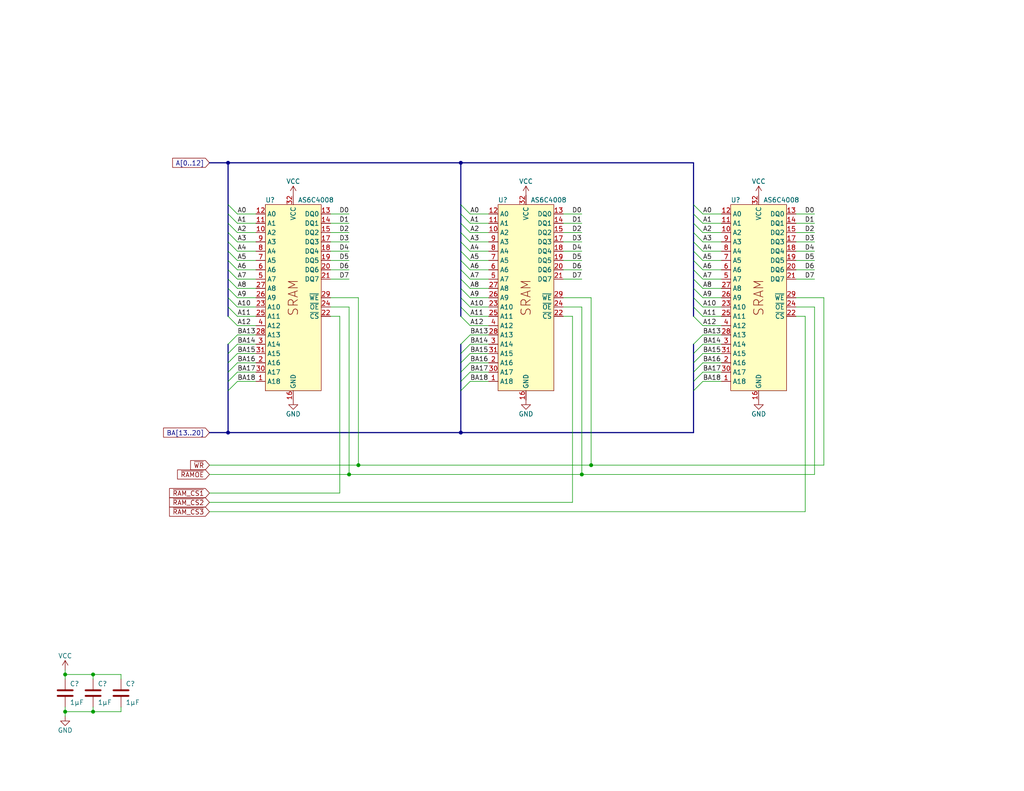
<source format=kicad_sch>
(kicad_sch (version 20230121) (generator eeschema)
  (paper "USLetter")
  (title_block (title "RAM Expansion") (date "2024-03-12") (rev "1.0") (company "Frédéric Segard") (comment 1 "MicroHobbyist's Retro Homebrew Computers") (comment 2 "microhobbyist.com"))
  (lib_symbols
    (symbol "0_Library:AS6C4008"
      (property "Reference" "U" (at -7.62 0.635 0))
      (property "Value" "AS6C4008" (at 1.27 0.635 0))
      (symbol "AS6C4008_0_0"
        (text "SRAM" (at 0 -25.4 900) (effects (font (size 2.54 2.54))))
        (pin power_in line (at 0 -53.34 90) (length 2.54) (name "GND") (number "16"))
        (pin power_in line (at 0 2.54 270) (length 2.54) (name "VCC") (number "32"))
      )
      (symbol "AS6C4008_0_1"
        (rectangle (start -7.62 0) (end 7.62 -50.8) (fill (type background)))
      )
      (symbol "AS6C4008_1_1"
        (pin input line (at -10.16 -48.26 0) (length 2.54) (name "A18") (number "1"))
        (pin input line (at -10.16 -7.62 0) (length 2.54) (name "A2") (number "10"))
        (pin input line (at -10.16 -5.08 0) (length 2.54) (name "A1") (number "11"))
        (pin input line (at -10.16 -2.54 0) (length 2.54) (name "A0") (number "12"))
        (pin tri_state line (at 10.16 -2.54 180) (length 2.54) (name "DQ0") (number "13"))
        (pin tri_state line (at 10.16 -5.08 180) (length 2.54) (name "DQ1") (number "14"))
        (pin tri_state line (at 10.16 -7.62 180) (length 2.54) (name "DQ2") (number "15"))
        (pin tri_state line (at 10.16 -10.16 180) (length 2.54) (name "DQ3") (number "17"))
        (pin tri_state line (at 10.16 -12.7 180) (length 2.54) (name "DQ4") (number "18"))
        (pin tri_state line (at 10.16 -15.24 180) (length 2.54) (name "DQ5") (number "19"))
        (pin input line (at -10.16 -43.18 0) (length 2.54) (name "A16") (number "2"))
        (pin tri_state line (at 10.16 -17.78 180) (length 2.54) (name "DQ6") (number "20"))
        (pin tri_state line (at 10.16 -20.32 180) (length 2.54) (name "DQ7") (number "21"))
        (pin input line (at 10.16 -30.48 180) (length 2.54) (name "~{CS}") (number "22"))
        (pin input line (at -10.16 -27.94 0) (length 2.54) (name "A10") (number "23"))
        (pin input line (at 10.16 -27.94 180) (length 2.54) (name "~{OE}") (number "24"))
        (pin input line (at -10.16 -30.48 0) (length 2.54) (name "A11") (number "25"))
        (pin input line (at -10.16 -25.4 0) (length 2.54) (name "A9") (number "26"))
        (pin input line (at -10.16 -22.86 0) (length 2.54) (name "A8") (number "27"))
        (pin input line (at -10.16 -35.56 0) (length 2.54) (name "A13") (number "28"))
        (pin input line (at 10.16 -25.4 180) (length 2.54) (name "~{WE}") (number "29"))
        (pin input line (at -10.16 -38.1 0) (length 2.54) (name "A14") (number "3"))
        (pin input line (at -10.16 -45.72 0) (length 2.54) (name "A17") (number "30"))
        (pin input line (at -10.16 -40.64 0) (length 2.54) (name "A15") (number "31"))
        (pin input line (at -10.16 -33.02 0) (length 2.54) (name "A12") (number "4"))
        (pin input line (at -10.16 -20.32 0) (length 2.54) (name "A7") (number "5"))
        (pin input line (at -10.16 -17.78 0) (length 2.54) (name "A6") (number "6"))
        (pin input line (at -10.16 -15.24 0) (length 2.54) (name "A5") (number "7"))
        (pin input line (at -10.16 -12.7 0) (length 2.54) (name "A4") (number "8"))
        (pin input line (at -10.16 -10.16 0) (length 2.54) (name "A3") (number "9"))
      )
    )
    (symbol "Device:C" (pin_numbers hide) (pin_names (offset 0.254))
      (property "Reference" "C" (at 0.635 2.54 0))
      (property "Value" "C" (at 0.635 -2.54 0))
      (symbol "C_0_1"
        (polyline (pts (xy -2.032 -0.762) (xy 2.032 -0.762)) (stroke (width 0.508)))
        (polyline (pts (xy -2.032 0.762) (xy 2.032 0.762)) (stroke (width 0.508)))
      )
      (symbol "C_1_1"
        (pin passive line (at 0 3.81 270) (length 2.794) (name "~") (number "1"))
        (pin passive line (at 0 -3.81 90) (length 2.794) (name "~") (number "2"))
      )
    )
    (symbol "power:GND" (power) (pin_names (offset 0))
      (property "Value" "GND" (at 0 -3.81 0))
      (symbol "GND_0_1"
        (polyline (pts (xy 0 0) (xy 0 -1.27) (xy 1.27 -1.27) (xy 0 -2.54) (xy -1.27 -1.27) (xy 0 -1.27)))
      )
      (symbol "GND_1_1"
        (pin power_in line (at 0 0 270) (length 0) hide (name "GND") (number "1"))
      )
    )
    (symbol "power:VCC" (power) (pin_names (offset 0))
      (property "Value" "VCC" (at 0 3.81 0))
      (symbol "VCC_0_1"
        (polyline (pts (xy -0.762 1.27) (xy 0 2.54)))
        (polyline (pts (xy 0 0) (xy 0 2.54)))
        (polyline (pts (xy 0 2.54) (xy 0.762 1.27)))
      )
      (symbol "VCC_1_1"
        (pin power_in line (at 0 0 90) (length 0) hide (name "VCC") (number "1"))
      )
    )
  )
  (junction (at 17.78 194.31))
  (junction (at 62.23 118.11))
  (junction (at 25.4 184.15))
  (junction (at 95.25 129.54))
  (junction (at 125.73 44.45))
  (junction (at 125.73 118.11))
  (junction (at 17.78 184.15))
  (junction (at 97.79 127))
  (junction (at 62.23 44.45))
  (junction (at 158.75 129.54))
  (junction (at 161.29 127))
  (junction (at 25.4 194.31))
  (bus_entry (at 62.23 81.28) (size 2.54 2.54))
  (bus_entry (at 125.73 73.66) (size 2.54 2.54))
  (bus_entry (at 128.27 96.52) (size -2.54 2.54))
  (bus_entry (at 125.73 86.36) (size 2.54 2.54))
  (bus_entry (at 191.77 91.44) (size -2.54 2.54))
  (bus_entry (at 189.23 58.42) (size 2.54 2.54))
  (bus_entry (at 125.73 78.74) (size 2.54 2.54))
  (bus_entry (at 62.23 71.12) (size 2.54 2.54))
  (bus_entry (at 191.77 104.14) (size -2.54 2.54))
  (bus_entry (at 62.23 55.88) (size 2.54 2.54))
  (bus_entry (at 189.23 83.82) (size 2.54 2.54))
  (bus_entry (at 64.77 91.44) (size -2.54 2.54))
  (bus_entry (at 191.77 101.6) (size -2.54 2.54))
  (bus_entry (at 62.23 76.2) (size 2.54 2.54))
  (bus_entry (at 128.27 99.06) (size -2.54 2.54))
  (bus_entry (at 62.23 68.58) (size 2.54 2.54))
  (bus_entry (at 189.23 66.04) (size 2.54 2.54))
  (bus_entry (at 128.27 93.98) (size -2.54 2.54))
  (bus_entry (at 62.23 83.82) (size 2.54 2.54))
  (bus_entry (at 189.23 73.66) (size 2.54 2.54))
  (bus_entry (at 189.23 81.28) (size 2.54 2.54))
  (bus_entry (at 189.23 63.5) (size 2.54 2.54))
  (bus_entry (at 125.73 60.96) (size 2.54 2.54))
  (bus_entry (at 125.73 63.5) (size 2.54 2.54))
  (bus_entry (at 125.73 68.58) (size 2.54 2.54))
  (bus_entry (at 125.73 66.04) (size 2.54 2.54))
  (bus_entry (at 125.73 58.42) (size 2.54 2.54))
  (bus_entry (at 191.77 96.52) (size -2.54 2.54))
  (bus_entry (at 189.23 76.2) (size 2.54 2.54))
  (bus_entry (at 189.23 55.88) (size 2.54 2.54))
  (bus_entry (at 125.73 55.88) (size 2.54 2.54))
  (bus_entry (at 64.77 101.6) (size -2.54 2.54))
  (bus_entry (at 189.23 60.96) (size 2.54 2.54))
  (bus_entry (at 189.23 71.12) (size 2.54 2.54))
  (bus_entry (at 64.77 93.98) (size -2.54 2.54))
  (bus_entry (at 189.23 86.36) (size 2.54 2.54))
  (bus_entry (at 191.77 93.98) (size -2.54 2.54))
  (bus_entry (at 62.23 58.42) (size 2.54 2.54))
  (bus_entry (at 128.27 101.6) (size -2.54 2.54))
  (bus_entry (at 189.23 78.74) (size 2.54 2.54))
  (bus_entry (at 64.77 104.14) (size -2.54 2.54))
  (bus_entry (at 64.77 99.06) (size -2.54 2.54))
  (bus_entry (at 125.73 76.2) (size 2.54 2.54))
  (bus_entry (at 62.23 73.66) (size 2.54 2.54))
  (bus_entry (at 62.23 63.5) (size 2.54 2.54))
  (bus_entry (at 191.77 99.06) (size -2.54 2.54))
  (bus_entry (at 62.23 78.74) (size 2.54 2.54))
  (bus_entry (at 125.73 71.12) (size 2.54 2.54))
  (bus_entry (at 62.23 60.96) (size 2.54 2.54))
  (bus_entry (at 128.27 104.14) (size -2.54 2.54))
  (bus_entry (at 125.73 83.82) (size 2.54 2.54))
  (bus_entry (at 189.23 68.58) (size 2.54 2.54))
  (bus_entry (at 64.77 96.52) (size -2.54 2.54))
  (bus_entry (at 128.27 91.44) (size -2.54 2.54))
  (bus_entry (at 62.23 86.36) (size 2.54 2.54))
  (bus_entry (at 125.73 81.28) (size 2.54 2.54))
  (bus_entry (at 62.23 66.04) (size 2.54 2.54))
  (wire (pts (xy 222.25 129.54) (xy 222.25 83.82)))
  (wire (pts (xy 133.35 68.58) (xy 128.27 68.58)))
  (wire (pts (xy 25.4 194.31) (xy 17.78 194.31)))
  (bus (pts (xy 62.23 68.58) (xy 62.23 71.12)))
  (wire (pts (xy 133.35 71.12) (xy 128.27 71.12)))
  (wire (pts (xy 69.85 88.9) (xy 64.77 88.9)))
  (bus (pts (xy 125.73 93.98) (xy 125.73 96.52)))
  (bus (pts (xy 62.23 78.74) (xy 62.23 81.28)))
  (bus (pts (xy 62.23 96.52) (xy 62.23 99.06)))
  (wire (pts (xy 224.79 127) (xy 224.79 81.28)))
  (bus (pts (xy 189.23 106.68) (xy 189.23 118.11)))
  (wire (pts (xy 95.25 71.12) (xy 90.17 71.12)))
  (bus (pts (xy 62.23 63.5) (xy 62.23 66.04)))
  (bus (pts (xy 125.73 73.66) (xy 125.73 76.2)))
  (wire (pts (xy 25.4 193.04) (xy 25.4 194.31)))
  (wire (pts (xy 158.75 129.54) (xy 222.25 129.54)))
  (wire (pts (xy 222.25 73.66) (xy 217.17 73.66)))
  (wire (pts (xy 25.4 184.15) (xy 17.78 184.15)))
  (bus (pts (xy 125.73 104.14) (xy 125.73 106.68)))
  (wire (pts (xy 222.25 66.04) (xy 217.17 66.04)))
  (bus (pts (xy 125.73 106.68) (xy 125.73 118.11)))
  (bus (pts (xy 189.23 58.42) (xy 189.23 55.88)))
  (bus (pts (xy 62.23 106.68) (xy 62.23 118.11)))
  (bus (pts (xy 125.73 83.82) (xy 125.73 86.36)))
  (bus (pts (xy 125.73 66.04) (xy 125.73 68.58)))
  (wire (pts (xy 133.35 91.44) (xy 128.27 91.44)))
  (wire (pts (xy 158.75 129.54) (xy 95.25 129.54)))
  (wire (pts (xy 90.17 86.36) (xy 92.71 86.36)))
  (wire (pts (xy 57.15 129.54) (xy 95.25 129.54)))
  (wire (pts (xy 196.85 68.58) (xy 191.77 68.58)))
  (bus (pts (xy 125.73 58.42) (xy 125.73 60.96)))
  (wire (pts (xy 69.85 58.42) (xy 64.77 58.42)))
  (wire (pts (xy 196.85 78.74) (xy 191.77 78.74)))
  (wire (pts (xy 196.85 76.2) (xy 191.77 76.2)))
  (wire (pts (xy 69.85 66.04) (xy 64.77 66.04)))
  (wire (pts (xy 69.85 68.58) (xy 64.77 68.58)))
  (wire (pts (xy 161.29 127) (xy 224.79 127)))
  (wire (pts (xy 128.27 96.52) (xy 133.35 96.52)))
  (wire (pts (xy 153.67 83.82) (xy 158.75 83.82)))
  (wire (pts (xy 158.75 83.82) (xy 158.75 129.54)))
  (wire (pts (xy 17.78 184.15) (xy 17.78 185.42)))
  (wire (pts (xy 222.25 58.42) (xy 217.17 58.42)))
  (wire (pts (xy 133.35 83.82) (xy 128.27 83.82)))
  (wire (pts (xy 95.25 73.66) (xy 90.17 73.66)))
  (wire (pts (xy 17.78 193.04) (xy 17.78 194.31)))
  (wire (pts (xy 196.85 73.66) (xy 191.77 73.66)))
  (bus (pts (xy 57.15 44.45) (xy 62.23 44.45)))
  (wire (pts (xy 158.75 73.66) (xy 153.67 73.66)))
  (bus (pts (xy 62.23 76.2) (xy 62.23 78.74)))
  (wire (pts (xy 153.67 81.28) (xy 161.29 81.28)))
  (bus (pts (xy 189.23 81.28) (xy 189.23 78.74)))
  (wire (pts (xy 97.79 127) (xy 161.29 127)))
  (wire (pts (xy 156.21 137.16) (xy 156.21 86.36)))
  (wire (pts (xy 196.85 88.9) (xy 191.77 88.9)))
  (bus (pts (xy 62.23 60.96) (xy 62.23 63.5)))
  (bus (pts (xy 62.23 73.66) (xy 62.23 76.2)))
  (wire (pts (xy 133.35 88.9) (xy 128.27 88.9)))
  (wire (pts (xy 69.85 71.12) (xy 64.77 71.12)))
  (wire (pts (xy 90.17 81.28) (xy 97.79 81.28)))
  (wire (pts (xy 95.25 129.54) (xy 95.25 83.82)))
  (bus (pts (xy 125.73 44.45) (xy 189.23 44.45)))
  (wire (pts (xy 128.27 101.6) (xy 133.35 101.6)))
  (wire (pts (xy 196.85 63.5) (xy 191.77 63.5)))
  (wire (pts (xy 133.35 93.98) (xy 128.27 93.98)))
  (wire (pts (xy 222.25 60.96) (xy 217.17 60.96)))
  (bus (pts (xy 62.23 104.14) (xy 62.23 106.68)))
  (wire (pts (xy 57.15 139.7) (xy 219.71 139.7)))
  (wire (pts (xy 64.77 99.06) (xy 69.85 99.06)))
  (bus (pts (xy 125.73 99.06) (xy 125.73 101.6)))
  (bus (pts (xy 125.73 118.11) (xy 189.23 118.11)))
  (bus (pts (xy 125.73 78.74) (xy 125.73 81.28)))
  (wire (pts (xy 196.85 60.96) (xy 191.77 60.96)))
  (wire (pts (xy 222.25 71.12) (xy 217.17 71.12)))
  (wire (pts (xy 69.85 81.28) (xy 64.77 81.28)))
  (wire (pts (xy 17.78 194.31) (xy 17.78 195.58)))
  (bus (pts (xy 62.23 118.11) (xy 125.73 118.11)))
  (wire (pts (xy 95.25 58.42) (xy 90.17 58.42)))
  (wire (pts (xy 158.75 76.2) (xy 153.67 76.2)))
  (wire (pts (xy 217.17 81.28) (xy 224.79 81.28)))
  (wire (pts (xy 196.85 58.42) (xy 191.77 58.42)))
  (wire (pts (xy 191.77 96.52) (xy 196.85 96.52)))
  (bus (pts (xy 125.73 96.52) (xy 125.73 99.06)))
  (wire (pts (xy 133.35 86.36) (xy 128.27 86.36)))
  (wire (pts (xy 69.85 78.74) (xy 64.77 78.74)))
  (wire (pts (xy 69.85 93.98) (xy 64.77 93.98)))
  (wire (pts (xy 191.77 99.06) (xy 196.85 99.06)))
  (wire (pts (xy 196.85 93.98) (xy 191.77 93.98)))
  (wire (pts (xy 196.85 83.82) (xy 191.77 83.82)))
  (bus (pts (xy 189.23 76.2) (xy 189.23 73.66)))
  (bus (pts (xy 62.23 93.98) (xy 62.23 96.52)))
  (bus (pts (xy 125.73 101.6) (xy 125.73 104.14)))
  (bus (pts (xy 189.23 104.14) (xy 189.23 106.68)))
  (bus (pts (xy 125.73 76.2) (xy 125.73 78.74)))
  (bus (pts (xy 125.73 60.96) (xy 125.73 63.5)))
  (bus (pts (xy 125.73 71.12) (xy 125.73 73.66)))
  (wire (pts (xy 158.75 68.58) (xy 153.67 68.58)))
  (bus (pts (xy 125.73 68.58) (xy 125.73 71.12)))
  (bus (pts (xy 189.23 73.66) (xy 189.23 71.12)))
  (wire (pts (xy 69.85 76.2) (xy 64.77 76.2)))
  (wire (pts (xy 95.25 60.96) (xy 90.17 60.96)))
  (wire (pts (xy 64.77 101.6) (xy 69.85 101.6)))
  (bus (pts (xy 125.73 81.28) (xy 125.73 83.82)))
  (wire (pts (xy 69.85 60.96) (xy 64.77 60.96)))
  (bus (pts (xy 62.23 101.6) (xy 62.23 104.14)))
  (wire (pts (xy 191.77 104.14) (xy 196.85 104.14)))
  (wire (pts (xy 219.71 139.7) (xy 219.71 86.36)))
  (wire (pts (xy 95.25 68.58) (xy 90.17 68.58)))
  (wire (pts (xy 133.35 58.42) (xy 128.27 58.42)))
  (wire (pts (xy 128.27 104.14) (xy 133.35 104.14)))
  (bus (pts (xy 125.73 55.88) (xy 125.73 58.42)))
  (wire (pts (xy 92.71 134.62) (xy 92.71 86.36)))
  (bus (pts (xy 189.23 93.98) (xy 189.23 96.52)))
  (bus (pts (xy 189.23 99.06) (xy 189.23 101.6)))
  (bus (pts (xy 57.15 118.11) (xy 62.23 118.11)))
  (wire (pts (xy 69.85 63.5) (xy 64.77 63.5)))
  (wire (pts (xy 133.35 81.28) (xy 128.27 81.28)))
  (bus (pts (xy 189.23 68.58) (xy 189.23 66.04)))
  (wire (pts (xy 95.25 63.5) (xy 90.17 63.5)))
  (wire (pts (xy 95.25 76.2) (xy 90.17 76.2)))
  (bus (pts (xy 62.23 81.28) (xy 62.23 83.82)))
  (wire (pts (xy 133.35 63.5) (xy 128.27 63.5)))
  (wire (pts (xy 217.17 86.36) (xy 219.71 86.36)))
  (bus (pts (xy 189.23 60.96) (xy 189.23 58.42)))
  (wire (pts (xy 90.17 83.82) (xy 95.25 83.82)))
  (bus (pts (xy 189.23 96.52) (xy 189.23 99.06)))
  (bus (pts (xy 62.23 58.42) (xy 62.23 60.96)))
  (bus (pts (xy 62.23 44.45) (xy 62.23 55.88)))
  (bus (pts (xy 189.23 78.74) (xy 189.23 76.2)))
  (wire (pts (xy 222.25 63.5) (xy 217.17 63.5)))
  (wire (pts (xy 69.85 86.36) (xy 64.77 86.36)))
  (wire (pts (xy 69.85 73.66) (xy 64.77 73.66)))
  (bus (pts (xy 62.23 44.45) (xy 125.73 44.45)))
  (bus (pts (xy 62.23 55.88) (xy 62.23 58.42)))
  (wire (pts (xy 222.25 68.58) (xy 217.17 68.58)))
  (wire (pts (xy 196.85 86.36) (xy 191.77 86.36)))
  (wire (pts (xy 17.78 182.88) (xy 17.78 184.15)))
  (wire (pts (xy 33.02 184.15) (xy 25.4 184.15)))
  (wire (pts (xy 133.35 66.04) (xy 128.27 66.04)))
  (wire (pts (xy 158.75 60.96) (xy 153.67 60.96)))
  (wire (pts (xy 57.15 137.16) (xy 156.21 137.16)))
  (wire (pts (xy 69.85 83.82) (xy 64.77 83.82)))
  (wire (pts (xy 69.85 91.44) (xy 64.77 91.44)))
  (wire (pts (xy 133.35 60.96) (xy 128.27 60.96)))
  (bus (pts (xy 62.23 66.04) (xy 62.23 68.58)))
  (bus (pts (xy 189.23 63.5) (xy 189.23 60.96)))
  (wire (pts (xy 196.85 91.44) (xy 191.77 91.44)))
  (wire (pts (xy 25.4 184.15) (xy 25.4 185.42)))
  (wire (pts (xy 33.02 194.31) (xy 25.4 194.31)))
  (bus (pts (xy 189.23 101.6) (xy 189.23 104.14)))
  (wire (pts (xy 191.77 101.6) (xy 196.85 101.6)))
  (bus (pts (xy 189.23 71.12) (xy 189.23 68.58)))
  (bus (pts (xy 189.23 83.82) (xy 189.23 81.28)))
  (bus (pts (xy 125.73 63.5) (xy 125.73 66.04)))
  (wire (pts (xy 153.67 86.36) (xy 156.21 86.36)))
  (wire (pts (xy 133.35 73.66) (xy 128.27 73.66)))
  (bus (pts (xy 62.23 99.06) (xy 62.23 101.6)))
  (wire (pts (xy 196.85 81.28) (xy 191.77 81.28)))
  (wire (pts (xy 97.79 127) (xy 97.79 81.28)))
  (wire (pts (xy 33.02 184.15) (xy 33.02 185.42)))
  (bus (pts (xy 189.23 86.36) (xy 189.23 83.82)))
  (wire (pts (xy 57.15 127) (xy 97.79 127)))
  (bus (pts (xy 62.23 83.82) (xy 62.23 86.36)))
  (wire (pts (xy 158.75 71.12) (xy 153.67 71.12)))
  (wire (pts (xy 196.85 66.04) (xy 191.77 66.04)))
  (wire (pts (xy 64.77 96.52) (xy 69.85 96.52)))
  (wire (pts (xy 64.77 104.14) (xy 69.85 104.14)))
  (bus (pts (xy 62.23 71.12) (xy 62.23 73.66)))
  (bus (pts (xy 125.73 44.45) (xy 125.73 55.88)))
  (wire (pts (xy 196.85 71.12) (xy 191.77 71.12)))
  (bus (pts (xy 189.23 55.88) (xy 189.23 44.45)))
  (wire (pts (xy 128.27 99.06) (xy 133.35 99.06)))
  (wire (pts (xy 158.75 66.04) (xy 153.67 66.04)))
  (wire (pts (xy 161.29 127) (xy 161.29 81.28)))
  (wire (pts (xy 133.35 78.74) (xy 128.27 78.74)))
  (wire (pts (xy 95.25 66.04) (xy 90.17 66.04)))
  (wire (pts (xy 158.75 63.5) (xy 153.67 63.5)))
  (wire (pts (xy 133.35 76.2) (xy 128.27 76.2)))
  (wire (pts (xy 222.25 76.2) (xy 217.17 76.2)))
  (wire (pts (xy 217.17 83.82) (xy 222.25 83.82)))
  (bus (pts (xy 189.23 66.04) (xy 189.23 63.5)))
  (wire (pts (xy 33.02 193.04) (xy 33.02 194.31)))
  (wire (pts (xy 158.75 58.42) (xy 153.67 58.42)))
  (wire (pts (xy 57.15 134.62) (xy 92.71 134.62)))
  (label "A6" (at 128.27 73.66 0))
  (label "D5" (at 95.25 71.12 180))
  (label "A11" (at 64.77 86.36 0))
  (label "A1" (at 64.77 60.96 0))
  (label "BA14" (at 191.77 93.98 0))
  (label "BA14" (at 128.27 93.98 0))
  (label "D4" (at 222.25 68.58 180))
  (label "D0" (at 158.75 58.42 180))
  (label "D5" (at 158.75 71.12 180))
  (label "D1" (at 95.25 60.96 180))
  (label "A8" (at 128.27 78.74 0))
  (label "D6" (at 158.75 73.66 180))
  (label "A10" (at 191.77 83.82 0))
  (label "D3" (at 222.25 66.04 180))
  (label "BA17" (at 64.77 101.6 0))
  (label "A5" (at 128.27 71.12 0))
  (label "A12" (at 191.77 88.9 0))
  (label "D1" (at 222.25 60.96 180))
  (label "BA18" (at 191.77 104.14 0))
  (label "A8" (at 64.77 78.74 0))
  (label "D4" (at 158.75 68.58 180))
  (label "D2" (at 95.25 63.5 180))
  (label "A0" (at 64.77 58.42 0))
  (label "BA18" (at 64.77 104.14 0))
  (label "BA17" (at 191.77 101.6 0))
  (label "BA15" (at 128.27 96.52 0))
  (label "A3" (at 64.77 66.04 0))
  (label "A0" (at 128.27 58.42 0))
  (label "A5" (at 191.77 71.12 0))
  (label "D6" (at 222.25 73.66 180))
  (label "D1" (at 158.75 60.96 180))
  (label "D2" (at 222.25 63.5 180))
  (label "BA13" (at 64.77 91.44 0))
  (label "A1" (at 191.77 60.96 0))
  (label "A2" (at 64.77 63.5 0))
  (label "A7" (at 64.77 76.2 0))
  (label "A2" (at 191.77 63.5 0))
  (label "D0" (at 222.25 58.42 180))
  (label "A1" (at 128.27 60.96 0))
  (label "A9" (at 128.27 81.28 0))
  (label "A12" (at 64.77 88.9 0))
  (label "BA14" (at 64.77 93.98 0))
  (label "D7" (at 158.75 76.2 180))
  (label "A11" (at 191.77 86.36 0))
  (label "BA15" (at 64.77 96.52 0))
  (label "A6" (at 191.77 73.66 0))
  (label "BA17" (at 128.27 101.6 0))
  (label "D6" (at 95.25 73.66 180))
  (label "D2" (at 158.75 63.5 180))
  (label "BA13" (at 128.27 91.44 0))
  (label "A4" (at 64.77 68.58 0))
  (label "BA16" (at 128.27 99.06 0))
  (label "D3" (at 95.25 66.04 180))
  (label "A6" (at 64.77 73.66 0))
  (label "D5" (at 222.25 71.12 180))
  (label "A10" (at 64.77 83.82 0))
  (label "A11" (at 128.27 86.36 0))
  (label "BA16" (at 191.77 99.06 0))
  (label "D7" (at 95.25 76.2 180))
  (label "A2" (at 128.27 63.5 0))
  (label "A4" (at 191.77 68.58 0))
  (label "A9" (at 64.77 81.28 0))
  (label "A0" (at 191.77 58.42 0))
  (label "A4" (at 128.27 68.58 0))
  (label "A10" (at 128.27 83.82 0))
  (label "A5" (at 64.77 71.12 0))
  (label "D3" (at 158.75 66.04 180))
  (label "A9" (at 191.77 81.28 0))
  (label "D7" (at 222.25 76.2 180))
  (label "A8" (at 191.77 78.74 0))
  (label "BA18" (at 128.27 104.14 0))
  (label "A7" (at 128.27 76.2 0))
  (label "A3" (at 191.77 66.04 0))
  (label "D0" (at 95.25 58.42 180))
  (label "D4" (at 95.25 68.58 180))
  (label "A7" (at 191.77 76.2 0))
  (label "A12" (at 128.27 88.9 0))
  (label "BA16" (at 64.77 99.06 0))
  (label "A3" (at 128.27 66.04 0))
  (label "BA13" (at 191.77 91.44 0))
  (label "BA15" (at 191.77 96.52 0))
  (global_label "~{RAM_CS1}" (shape input) (at 57.15 134.62 180) (property "Intersheetrefs" "${INTERSHEET_REFS}" (effects hide)))
  (global_label "BA[13..20]" (shape input) (at 57.15 118.11 180) (property "Intersheetrefs" "${INTERSHEET_REFS}" (effects hide)))
  (global_label "~{RAM_CS3}" (shape input) (at 57.15 139.7 180) (property "Intersheetrefs" "${INTERSHEET_REFS}" (effects hide)))
  (global_label "~{WR}" (shape input) (at 57.15 127 180) (property "Intersheetrefs" "${INTERSHEET_REFS}" (effects hide)))
  (global_label "~{RAM_CS2}" (shape input) (at 57.15 137.16 180) (property "Intersheetrefs" "${INTERSHEET_REFS}" (effects hide)))
  (global_label "A[0..12]" (shape input) (at 57.15 44.45 180) (property "Intersheetrefs" "${INTERSHEET_REFS}" (effects hide)))
  (global_label "~{RAMOE}" (shape input) (at 57.15 129.54 180) (property "Intersheetrefs" "${INTERSHEET_REFS}" (effects hide)))
  (symbol (lib_id "power:VCC") (at 80.01 53.34 0) (unit 1)
    (property "Reference" "#PWR?" (effects hide))
    (property "Value" "VCC" (at 80.01 49.53 0))
    (instances (project "Ep7 - Programmable Sound Generator (PSG)" (path "" (reference "#PWR?") (unit 1)) (path "" (reference "#PWR?") (unit 1)) (path "" (reference "#PWR0104") (unit 1))))
  )
  (symbol (lib_id "Device:C") (at 33.02 189.23 0) (unit 1)
    (property "Reference" "C?" (at 34.29 186.69 0) (effects (justify left)))
    (property "Value" "1µF" (at 34.29 191.77 0) (effects (justify left)))
    (property "Footprint" "Capacitor_THT:C_Disc_D3.0mm_W1.6mm_P2.50mm" (effects hide))
    (instances (project "MMU test" (path "" (reference "C?") (unit 1))) (project "Ep7 - Programmable Sound Generator (PSG)" (path "" (reference "C?") (unit 1)) (path "" (reference "C39") (unit 1))))
  )
  (symbol (lib_id "0_Library:AS6C4008") (at 80.01 55.88 0) (unit 1)
    (property "Reference" "U?" (at 72.39 54.61 0) (effects (justify left)))
    (property "Value" "AS6C4008" (at 81.28 54.61 0) (effects (justify left)))
    (property "Footprint" "Package_DIP:DIP-32_W15.24mm" (effects hide))
    (property "Datasheet" "https://www.alliancememory.com/wp-content/uploads/pdf/AS6C4008.pdf" (effects hide))
    (instances (project "Ep7 - Programmable Sound Generator (PSG)" (path "" (reference "U?") (unit 1)) (path "" (reference "U27") (unit 1))))
  )
  (symbol (lib_id "power:GND") (at 207.01 109.22 0) (unit 1)
    (property "Reference" "#PWR?" (effects hide))
    (property "Value" "GND" (at 207.01 113.03 0))
    (instances (project "Ep7 - Programmable Sound Generator (PSG)" (path "" (reference "#PWR?") (unit 1)) (path "" (reference "#PWR?") (unit 1)) (path "" (reference "#PWR0109") (unit 1))))
  )
  (symbol (lib_id "power:GND") (at 17.78 195.58 0) (unit 1)
    (property "Reference" "#PWR?" (effects hide))
    (property "Value" "GND" (at 17.78 199.39 0))
    (instances (project "MMU test" (path "" (reference "#PWR?") (unit 1))) (project "Ep7 - Programmable Sound Generator (PSG)" (path "" (reference "#PWR?") (unit 1)) (path "" (reference "#PWR0103") (unit 1))))
  )
  (symbol (lib_id "0_Library:AS6C4008") (at 143.51 55.88 0) (unit 1)
    (property "Reference" "U?" (at 135.89 54.61 0) (effects (justify left)))
    (property "Value" "AS6C4008" (at 144.78 54.61 0) (effects (justify left)))
    (property "Footprint" "Package_DIP:DIP-32_W15.24mm" (effects hide))
    (property "Datasheet" "https://www.alliancememory.com/wp-content/uploads/pdf/AS6C4008.pdf" (effects hide))
    (instances (project "Ep7 - Programmable Sound Generator (PSG)" (path "" (reference "U?") (unit 1)) (path "" (reference "U28") (unit 1))))
  )
  (symbol (lib_id "power:GND") (at 80.01 109.22 0) (unit 1)
    (property "Reference" "#PWR?" (effects hide))
    (property "Value" "GND" (at 80.01 113.03 0))
    (instances (project "Ep7 - Programmable Sound Generator (PSG)" (path "" (reference "#PWR?") (unit 1)) (path "" (reference "#PWR?") (unit 1)) (path "" (reference "#PWR0105") (unit 1))))
  )
  (symbol (lib_id "power:VCC") (at 207.01 53.34 0) (unit 1)
    (property "Reference" "#PWR?" (effects hide))
    (property "Value" "VCC" (at 207.01 49.53 0))
    (instances (project "Ep7 - Programmable Sound Generator (PSG)" (path "" (reference "#PWR?") (unit 1)) (path "" (reference "#PWR?") (unit 1)) (path "" (reference "#PWR0108") (unit 1))))
  )
  (symbol (lib_id "Device:C") (at 25.4 189.23 0) (unit 1)
    (property "Reference" "C?" (at 26.67 186.69 0) (effects (justify left)))
    (property "Value" "1µF" (at 26.67 191.77 0) (effects (justify left)))
    (property "Footprint" "Capacitor_THT:C_Disc_D3.0mm_W1.6mm_P2.50mm" (effects hide))
    (instances (project "MMU test" (path "" (reference "C?") (unit 1))) (project "Ep7 - Programmable Sound Generator (PSG)" (path "" (reference "C?") (unit 1)) (path "" (reference "C38") (unit 1))))
  )
  (symbol (lib_id "power:VCC") (at 143.51 53.34 0) (unit 1)
    (property "Reference" "#PWR?" (effects hide))
    (property "Value" "VCC" (at 143.51 49.53 0))
    (instances (project "Ep7 - Programmable Sound Generator (PSG)" (path "" (reference "#PWR?") (unit 1)) (path "" (reference "#PWR?") (unit 1)) (path "" (reference "#PWR0106") (unit 1))))
  )
  (symbol (lib_id "0_Library:AS6C4008") (at 207.01 55.88 0) (unit 1)
    (property "Reference" "U?" (at 199.39 54.61 0) (effects (justify left)))
    (property "Value" "AS6C4008" (at 208.28 54.61 0) (effects (justify left)))
    (property "Footprint" "Package_DIP:DIP-32_W15.24mm" (effects hide))
    (property "Datasheet" "https://www.alliancememory.com/wp-content/uploads/pdf/AS6C4008.pdf" (effects hide))
    (instances (project "Ep7 - Programmable Sound Generator (PSG)" (path "" (reference "U?") (unit 1)) (path "" (reference "U29") (unit 1))))
  )
  (symbol (lib_id "power:VCC") (at 17.78 182.88 0) (unit 1)
    (property "Reference" "#PWR?" (effects hide))
    (property "Value" "VCC" (at 17.78 179.07 0))
    (instances (project "Ep7 - Programmable Sound Generator (PSG)" (path "" (reference "#PWR?") (unit 1)) (path "" (reference "#PWR?") (unit 1)) (path "" (reference "#PWR0102") (unit 1))))
  )
  (symbol (lib_id "Device:C") (at 17.78 189.23 0) (unit 1)
    (property "Reference" "C?" (at 19.05 186.69 0) (effects (justify left)))
    (property "Value" "1µF" (at 19.05 191.77 0) (effects (justify left)))
    (property "Footprint" "Capacitor_THT:C_Disc_D3.0mm_W1.6mm_P2.50mm" (effects hide))
    (instances (project "MMU test" (path "" (reference "C?") (unit 1))) (project "Ep7 - Programmable Sound Generator (PSG)" (path "" (reference "C?") (unit 1)) (path "" (reference "C37") (unit 1))))
  )
  (symbol (lib_id "power:GND") (at 143.51 109.22 0) (unit 1)
    (property "Reference" "#PWR?" (effects hide))
    (property "Value" "GND" (at 143.51 113.03 0))
    (instances (project "Ep7 - Programmable Sound Generator (PSG)" (path "" (reference "#PWR?") (unit 1)) (path "" (reference "#PWR?") (unit 1)) (path "" (reference "#PWR0107") (unit 1))))
  )
)
</source>
